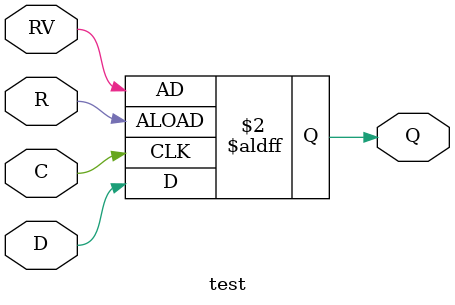
<source format=v>
module test(input D, C, R, RV,
            output reg Q);
    always @(posedge C, posedge R)
        if (R)
	    Q <= RV;
	else
	    Q <= D;
endmodule

</source>
